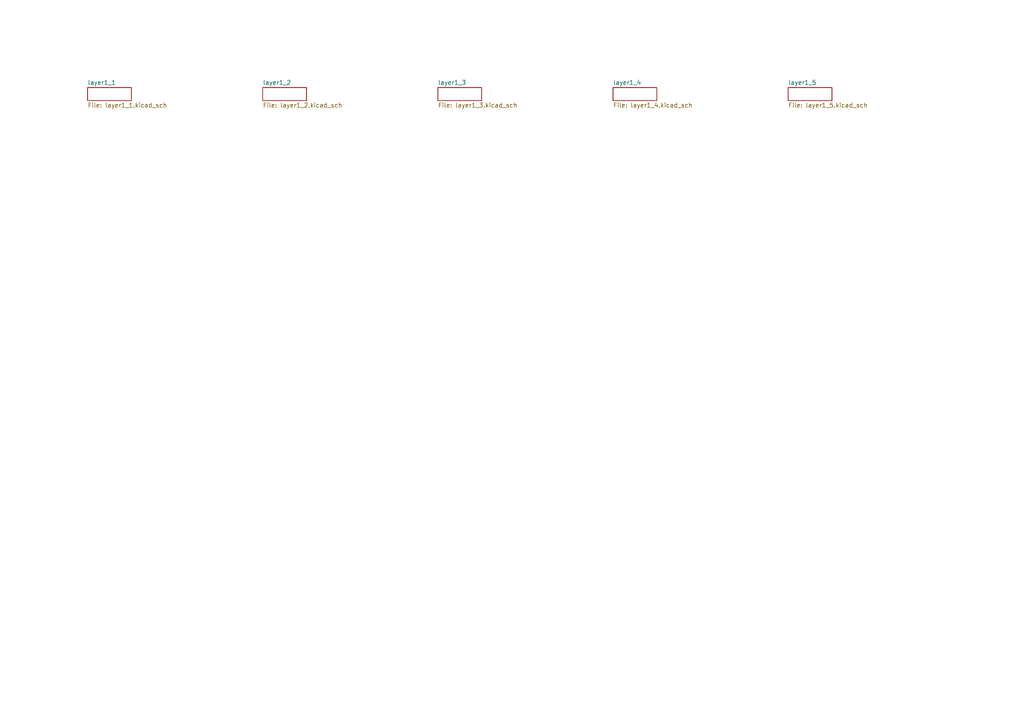
<source format=kicad_sch>
(kicad_sch (version 20211123) (generator eeschema)
  (paper "A4")
  (lib_symbols)
  (sheet (at 76.2 25.4) (size 12.7 3.81)
    (property "Sheet name" "layer1_2" (at 76.2 24.6884 0) (effects (justify left bottom)))
    (property "Sheet file" "layer1_2.kicad_sch" (at 76.2 29.7946 0) (effects (justify left top)))
  )
  (sheet (at 177.8 25.4) (size 12.7 3.81)
    (property "Sheet name" "layer1_4" (at 177.8 24.6884 0) (effects (justify left bottom)))
    (property "Sheet file" "layer1_4.kicad_sch" (at 177.8 29.7946 0) (effects (justify left top)))
  )
  (sheet (at 228.6 25.4) (size 12.7 3.81)
    (property "Sheet name" "layer1_5" (at 228.6 24.6884 0) (effects (justify left bottom)))
    (property "Sheet file" "layer1_5.kicad_sch" (at 228.6 29.7946 0) (effects (justify left top)))
  )
  (sheet (at 25.4 25.4) (size 12.7 3.81)
    (property "Sheet name" "layer1_1" (at 25.4 24.6884 0) (effects (justify left bottom)))
    (property "Sheet file" "layer1_1.kicad_sch" (at 25.4 29.7946 0) (effects (justify left top)))
  )
  (sheet (at 127 25.4) (size 12.7 3.81)
    (property "Sheet name" "layer1_3" (at 127 24.6884 0) (effects (justify left bottom)))
    (property "Sheet file" "layer1_3.kicad_sch" (at 127 29.7946 0) (effects (justify left top)))
  )
)
</source>
